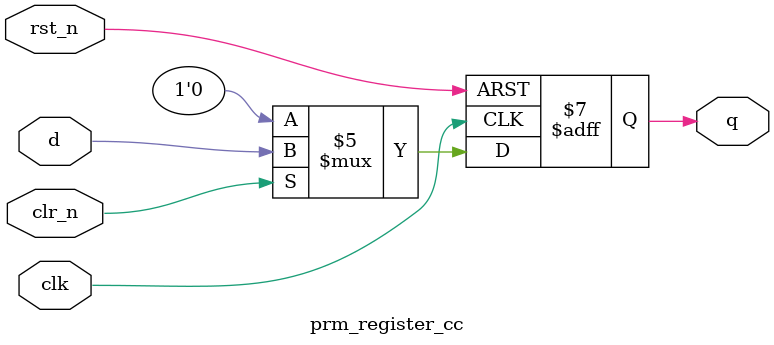
<source format=v>

`timescale 1ns / 1ps

module prm_register_cc
#(
    parameter WIDTH = 1
)
(
    input                        clk,
    input                        rst_n,
    input                        clr_n,
    input      [ WIDTH - 1 : 0 ] d,
    output reg [ WIDTH - 1 : 0 ] q
);
    localparam RESET = { WIDTH { 1'b0 } };
    
    always @ (posedge clk or negedge rst_n)
        if(~rst_n)
            q <= RESET;
        else if(~clr_n)
            q <= RESET;
        else
            q <= d;
endmodule

</source>
